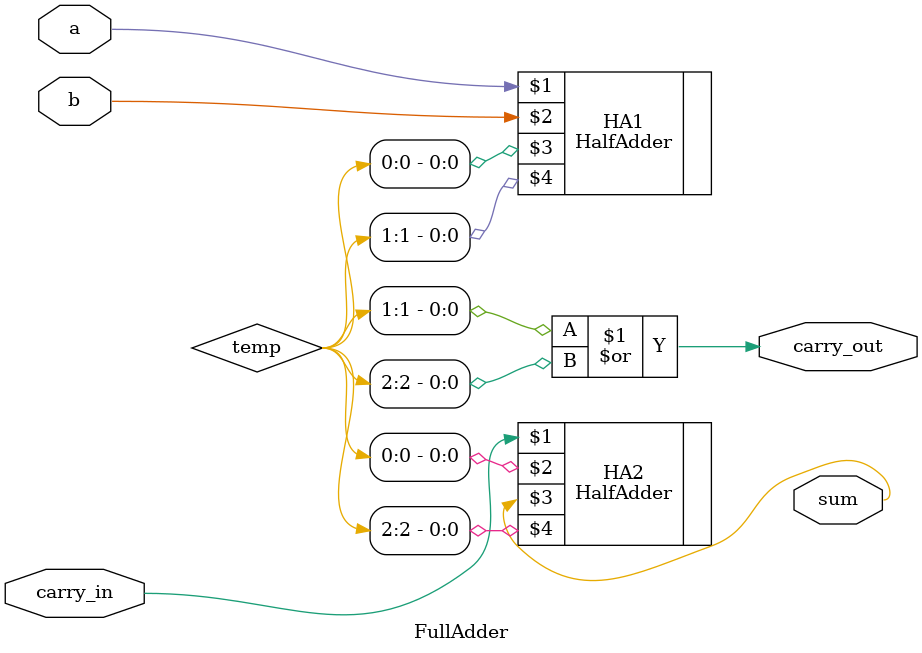
<source format=v>

module FullAdder(a, b, carry_in, sum, carry_out);
	
	input a, b, carry_in;
	output sum, carry_out;
	
	wire [2:0] temp;
	
	HalfAdder HA1(a, b, temp[0], temp[1]);
	HalfAdder HA2(carry_in, temp[0], sum, temp[2]);
	assign carry_out = temp[1] | temp[2];
	
endmodule

</source>
